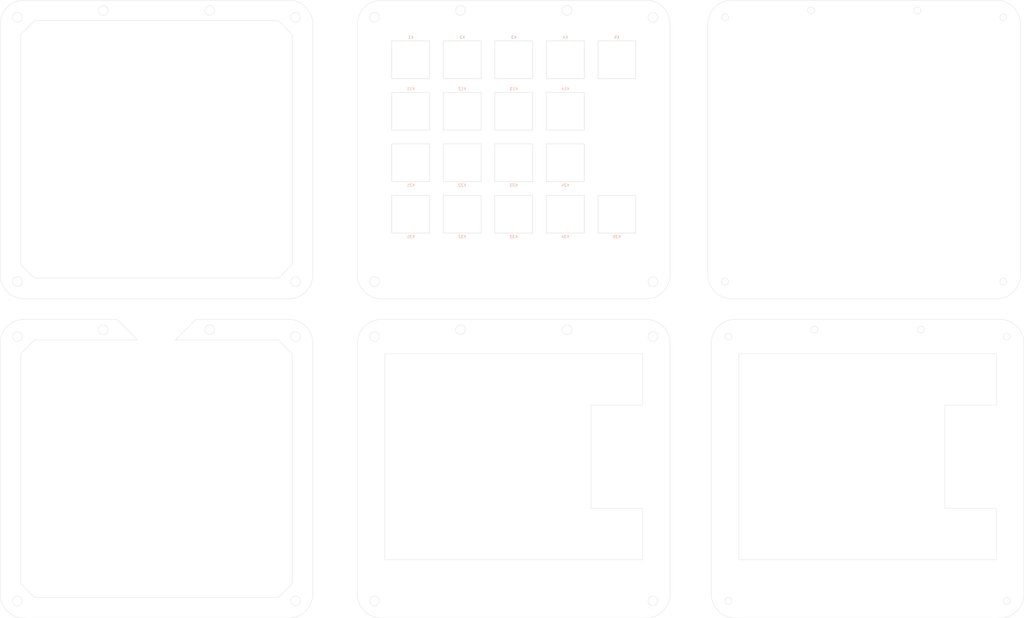
<source format=kicad_pcb>
(kicad_pcb (version 20171130) (host pcbnew "(5.1.2)-2")

  (general
    (thickness 1.6)
    (drawings 120)
    (tracks 0)
    (zones 0)
    (modules 18)
    (nets 1)
  )

  (page A4)
  (layers
    (0 F.Cu signal)
    (31 B.Cu signal)
    (32 B.Adhes user)
    (33 F.Adhes user)
    (34 B.Paste user)
    (35 F.Paste user)
    (36 B.SilkS user)
    (37 F.SilkS user)
    (38 B.Mask user)
    (39 F.Mask user)
    (40 Dwgs.User user)
    (41 Cmts.User user)
    (42 Eco1.User user)
    (43 Eco2.User user)
    (44 Edge.Cuts user)
    (45 Margin user)
    (46 B.CrtYd user)
    (47 F.CrtYd user)
    (48 B.Fab user)
    (49 F.Fab user)
  )

  (setup
    (last_trace_width 0.25)
    (trace_clearance 0.2)
    (zone_clearance 0.508)
    (zone_45_only no)
    (trace_min 0.2)
    (via_size 0.8)
    (via_drill 0.4)
    (via_min_size 0.4)
    (via_min_drill 0.3)
    (uvia_size 0.3)
    (uvia_drill 0.1)
    (uvias_allowed no)
    (uvia_min_size 0.2)
    (uvia_min_drill 0.1)
    (edge_width 0.1)
    (segment_width 0.2)
    (pcb_text_width 0.3)
    (pcb_text_size 1.5 1.5)
    (mod_edge_width 0.15)
    (mod_text_size 1 1)
    (mod_text_width 0.15)
    (pad_size 1.524 1.524)
    (pad_drill 0.762)
    (pad_to_mask_clearance 0)
    (aux_axis_origin 0 0)
    (visible_elements 7FFFFFFF)
    (pcbplotparams
      (layerselection 0x010fc_ffffffff)
      (usegerberextensions false)
      (usegerberattributes false)
      (usegerberadvancedattributes false)
      (creategerberjobfile false)
      (excludeedgelayer true)
      (linewidth 0.100000)
      (plotframeref false)
      (viasonmask false)
      (mode 1)
      (useauxorigin false)
      (hpglpennumber 1)
      (hpglpenspeed 20)
      (hpglpendiameter 15.000000)
      (psnegative false)
      (psa4output false)
      (plotreference true)
      (plotvalue true)
      (plotinvisibletext false)
      (padsonsilk false)
      (subtractmaskfromsilk false)
      (outputformat 1)
      (mirror false)
      (drillshape 0)
      (scaleselection 1)
      (outputdirectory "gerber/"))
  )

  (net 0 "")

  (net_class Default 这是默认网络类。
    (clearance 0.2)
    (trace_width 0.25)
    (via_dia 0.8)
    (via_drill 0.4)
    (uvia_dia 0.3)
    (uvia_drill 0.1)
  )

  (module pcb:SW_Cherry_MX_1.00u_PCB (layer F.Cu) (tedit 5DB3E7C9) (tstamp 5E08F733)
    (at 234.315 48.7362 180)
    (descr "Cherry MX keyswitch, 1.00u, PCB mount, http://cherryamericas.com/wp-content/uploads/2014/12/mx_cat.pdf")
    (tags "Cherry MX keyswitch 1.00u PCB")
    (path /5E1020E1)
    (fp_text reference K4 (at 0 8.3) (layer B.SilkS)
      (effects (font (size 1 1) (thickness 0.15)) (justify mirror))
    )
    (fp_text value KEYSW-redox_rev1-rescue (at 0 -8.7) (layer F.Fab)
      (effects (font (size 1 1) (thickness 0.15)))
    )
    (fp_line (start -6.985 6.985) (end -6.985 -6.985) (layer Edge.Cuts) (width 0.12))
    (fp_line (start 6.985 6.985) (end -6.985 6.985) (layer Edge.Cuts) (width 0.12))
    (fp_line (start 6.985 -6.985) (end 6.985 6.985) (layer Edge.Cuts) (width 0.12))
    (fp_line (start -6.985 -6.985) (end 6.985 -6.985) (layer Edge.Cuts) (width 0.12))
    (fp_line (start -9.525 9.525) (end -9.525 -9.525) (layer Dwgs.User) (width 0.15))
    (fp_line (start 9.525 9.525) (end -9.525 9.525) (layer Dwgs.User) (width 0.15))
    (fp_line (start 9.525 -9.525) (end 9.525 9.525) (layer Dwgs.User) (width 0.15))
    (fp_line (start -9.525 -9.525) (end 9.525 -9.525) (layer Dwgs.User) (width 0.15))
    (fp_text user %R (at 0 -7.874) (layer F.Fab) hide
      (effects (font (size 1 1) (thickness 0.15)))
    )
    (model ${KISYS3DMOD}/Button_Switch_Keyboard.3dshapes/SW_Cherry_MX_1.00u_PCB.wrl
      (at (xyz 0 0 0))
      (scale (xyz 1 1 1))
      (rotate (xyz 0 0 0))
    )
  )

  (module pcb:SW_Cherry_MX_1.00u_PCB (layer F.Cu) (tedit 5DB3E7C9) (tstamp 5E08F727)
    (at 234.315 86.836)
    (descr "Cherry MX keyswitch, 1.00u, PCB mount, http://cherryamericas.com/wp-content/uploads/2014/12/mx_cat.pdf")
    (tags "Cherry MX keyswitch 1.00u PCB")
    (path /5E1AED5B)
    (fp_text reference K24 (at 0 8.3) (layer B.SilkS)
      (effects (font (size 1 1) (thickness 0.15)) (justify mirror))
    )
    (fp_text value KEYSW-redox_rev1-rescue (at 0 -8.7) (layer F.Fab)
      (effects (font (size 1 1) (thickness 0.15)))
    )
    (fp_line (start -6.985 6.985) (end -6.985 -6.985) (layer Edge.Cuts) (width 0.12))
    (fp_line (start 6.985 6.985) (end -6.985 6.985) (layer Edge.Cuts) (width 0.12))
    (fp_line (start 6.985 -6.985) (end 6.985 6.985) (layer Edge.Cuts) (width 0.12))
    (fp_line (start -6.985 -6.985) (end 6.985 -6.985) (layer Edge.Cuts) (width 0.12))
    (fp_line (start -9.525 9.525) (end -9.525 -9.525) (layer Dwgs.User) (width 0.15))
    (fp_line (start 9.525 9.525) (end -9.525 9.525) (layer Dwgs.User) (width 0.15))
    (fp_line (start 9.525 -9.525) (end 9.525 9.525) (layer Dwgs.User) (width 0.15))
    (fp_line (start -9.525 -9.525) (end 9.525 -9.525) (layer Dwgs.User) (width 0.15))
    (fp_text user %R (at 0 -7.874) (layer F.Fab) hide
      (effects (font (size 1 1) (thickness 0.15)))
    )
    (model ${KISYS3DMOD}/Button_Switch_Keyboard.3dshapes/SW_Cherry_MX_1.00u_PCB.wrl
      (at (xyz 0 0 0))
      (scale (xyz 1 1 1))
      (rotate (xyz 0 0 0))
    )
  )

  (module pcb:SW_Cherry_MX_1.00u_PCB (layer F.Cu) (tedit 5DB3E7C9) (tstamp 5E08F71B)
    (at 177.165 105.886)
    (descr "Cherry MX keyswitch, 1.00u, PCB mount, http://cherryamericas.com/wp-content/uploads/2014/12/mx_cat.pdf")
    (tags "Cherry MX keyswitch 1.00u PCB")
    (path /5E10F669)
    (fp_text reference K31 (at 0 8.3) (layer B.SilkS)
      (effects (font (size 1 1) (thickness 0.15)) (justify mirror))
    )
    (fp_text value KEYSW-redox_rev1-rescue (at 0 -8.7) (layer F.Fab)
      (effects (font (size 1 1) (thickness 0.15)))
    )
    (fp_line (start -6.985 6.985) (end -6.985 -6.985) (layer Edge.Cuts) (width 0.12))
    (fp_line (start 6.985 6.985) (end -6.985 6.985) (layer Edge.Cuts) (width 0.12))
    (fp_line (start 6.985 -6.985) (end 6.985 6.985) (layer Edge.Cuts) (width 0.12))
    (fp_line (start -6.985 -6.985) (end 6.985 -6.985) (layer Edge.Cuts) (width 0.12))
    (fp_line (start -9.525 9.525) (end -9.525 -9.525) (layer Dwgs.User) (width 0.15))
    (fp_line (start 9.525 9.525) (end -9.525 9.525) (layer Dwgs.User) (width 0.15))
    (fp_line (start 9.525 -9.525) (end 9.525 9.525) (layer Dwgs.User) (width 0.15))
    (fp_line (start -9.525 -9.525) (end 9.525 -9.525) (layer Dwgs.User) (width 0.15))
    (fp_text user %R (at 0 -7.874) (layer F.Fab) hide
      (effects (font (size 1 1) (thickness 0.15)))
    )
    (model ${KISYS3DMOD}/Button_Switch_Keyboard.3dshapes/SW_Cherry_MX_1.00u_PCB.wrl
      (at (xyz 0 0 0))
      (scale (xyz 1 1 1))
      (rotate (xyz 0 0 0))
    )
  )

  (module pcb:SW_Cherry_MX_1.00u_PCB (layer F.Cu) (tedit 5DB3E7C9) (tstamp 5E08F70F)
    (at 177.165 67.7862 180)
    (descr "Cherry MX keyswitch, 1.00u, PCB mount, http://cherryamericas.com/wp-content/uploads/2014/12/mx_cat.pdf")
    (tags "Cherry MX keyswitch 1.00u PCB")
    (path /5E10DF41)
    (fp_text reference K11 (at 0 8.3) (layer B.SilkS)
      (effects (font (size 1 1) (thickness 0.15)) (justify mirror))
    )
    (fp_text value KEYSW-redox_rev1-rescue (at 0 -8.7) (layer F.Fab)
      (effects (font (size 1 1) (thickness 0.15)))
    )
    (fp_line (start -6.985 6.985) (end -6.985 -6.985) (layer Edge.Cuts) (width 0.12))
    (fp_line (start 6.985 6.985) (end -6.985 6.985) (layer Edge.Cuts) (width 0.12))
    (fp_line (start 6.985 -6.985) (end 6.985 6.985) (layer Edge.Cuts) (width 0.12))
    (fp_line (start -6.985 -6.985) (end 6.985 -6.985) (layer Edge.Cuts) (width 0.12))
    (fp_line (start -9.525 9.525) (end -9.525 -9.525) (layer Dwgs.User) (width 0.15))
    (fp_line (start 9.525 9.525) (end -9.525 9.525) (layer Dwgs.User) (width 0.15))
    (fp_line (start 9.525 -9.525) (end 9.525 9.525) (layer Dwgs.User) (width 0.15))
    (fp_line (start -9.525 -9.525) (end 9.525 -9.525) (layer Dwgs.User) (width 0.15))
    (fp_text user %R (at 0 -7.874) (layer F.Fab) hide
      (effects (font (size 1 1) (thickness 0.15)))
    )
    (model ${KISYS3DMOD}/Button_Switch_Keyboard.3dshapes/SW_Cherry_MX_1.00u_PCB.wrl
      (at (xyz 0 0 0))
      (scale (xyz 1 1 1))
      (rotate (xyz 0 0 0))
    )
  )

  (module pcb:SW_Cherry_MX_1.00u_PCB (layer F.Cu) (tedit 5DB3E7C9) (tstamp 5E08F703)
    (at 177.165 48.7362 180)
    (descr "Cherry MX keyswitch, 1.00u, PCB mount, http://cherryamericas.com/wp-content/uploads/2014/12/mx_cat.pdf")
    (tags "Cherry MX keyswitch 1.00u PCB")
    (path /5E0EE523)
    (fp_text reference K1 (at 0 8.3) (layer B.SilkS)
      (effects (font (size 1 1) (thickness 0.15)) (justify mirror))
    )
    (fp_text value KEYSW-redox_rev1-rescue (at 0 -8.7) (layer F.Fab)
      (effects (font (size 1 1) (thickness 0.15)))
    )
    (fp_line (start -6.985 6.985) (end -6.985 -6.985) (layer Edge.Cuts) (width 0.12))
    (fp_line (start 6.985 6.985) (end -6.985 6.985) (layer Edge.Cuts) (width 0.12))
    (fp_line (start 6.985 -6.985) (end 6.985 6.985) (layer Edge.Cuts) (width 0.12))
    (fp_line (start -6.985 -6.985) (end 6.985 -6.985) (layer Edge.Cuts) (width 0.12))
    (fp_line (start -9.525 9.525) (end -9.525 -9.525) (layer Dwgs.User) (width 0.15))
    (fp_line (start 9.525 9.525) (end -9.525 9.525) (layer Dwgs.User) (width 0.15))
    (fp_line (start 9.525 -9.525) (end 9.525 9.525) (layer Dwgs.User) (width 0.15))
    (fp_line (start -9.525 -9.525) (end 9.525 -9.525) (layer Dwgs.User) (width 0.15))
    (fp_text user %R (at 0 -7.874) (layer F.Fab) hide
      (effects (font (size 1 1) (thickness 0.15)))
    )
    (model ${KISYS3DMOD}/Button_Switch_Keyboard.3dshapes/SW_Cherry_MX_1.00u_PCB.wrl
      (at (xyz 0 0 0))
      (scale (xyz 1 1 1))
      (rotate (xyz 0 0 0))
    )
  )

  (module pcb:SW_Cherry_MX_1.00u_PCB (layer F.Cu) (tedit 5DB3E7C9) (tstamp 5E08F6F7)
    (at 196.215 67.7862 180)
    (descr "Cherry MX keyswitch, 1.00u, PCB mount, http://cherryamericas.com/wp-content/uploads/2014/12/mx_cat.pdf")
    (tags "Cherry MX keyswitch 1.00u PCB")
    (path /5E163531)
    (fp_text reference K12 (at 0 8.3) (layer B.SilkS)
      (effects (font (size 1 1) (thickness 0.15)) (justify mirror))
    )
    (fp_text value KEYSW-redox_rev1-rescue (at 0 -8.7) (layer F.Fab)
      (effects (font (size 1 1) (thickness 0.15)))
    )
    (fp_line (start -6.985 6.985) (end -6.985 -6.985) (layer Edge.Cuts) (width 0.12))
    (fp_line (start 6.985 6.985) (end -6.985 6.985) (layer Edge.Cuts) (width 0.12))
    (fp_line (start 6.985 -6.985) (end 6.985 6.985) (layer Edge.Cuts) (width 0.12))
    (fp_line (start -6.985 -6.985) (end 6.985 -6.985) (layer Edge.Cuts) (width 0.12))
    (fp_line (start -9.525 9.525) (end -9.525 -9.525) (layer Dwgs.User) (width 0.15))
    (fp_line (start 9.525 9.525) (end -9.525 9.525) (layer Dwgs.User) (width 0.15))
    (fp_line (start 9.525 -9.525) (end 9.525 9.525) (layer Dwgs.User) (width 0.15))
    (fp_line (start -9.525 -9.525) (end 9.525 -9.525) (layer Dwgs.User) (width 0.15))
    (fp_text user %R (at 0 -7.874) (layer F.Fab) hide
      (effects (font (size 1 1) (thickness 0.15)))
    )
    (model ${KISYS3DMOD}/Button_Switch_Keyboard.3dshapes/SW_Cherry_MX_1.00u_PCB.wrl
      (at (xyz 0 0 0))
      (scale (xyz 1 1 1))
      (rotate (xyz 0 0 0))
    )
  )

  (module pcb:SW_Cherry_MX_1.00u_PCB (layer F.Cu) (tedit 5DB3E7C9) (tstamp 5E08F6EB)
    (at 215.265 48.7362 180)
    (descr "Cherry MX keyswitch, 1.00u, PCB mount, http://cherryamericas.com/wp-content/uploads/2014/12/mx_cat.pdf")
    (tags "Cherry MX keyswitch 1.00u PCB")
    (path /5E0FDCD2)
    (fp_text reference K3 (at 0 8.3) (layer B.SilkS)
      (effects (font (size 1 1) (thickness 0.15)) (justify mirror))
    )
    (fp_text value KEYSW-redox_rev1-rescue (at 0 -8.7) (layer F.Fab)
      (effects (font (size 1 1) (thickness 0.15)))
    )
    (fp_line (start -6.985 6.985) (end -6.985 -6.985) (layer Edge.Cuts) (width 0.12))
    (fp_line (start 6.985 6.985) (end -6.985 6.985) (layer Edge.Cuts) (width 0.12))
    (fp_line (start 6.985 -6.985) (end 6.985 6.985) (layer Edge.Cuts) (width 0.12))
    (fp_line (start -6.985 -6.985) (end 6.985 -6.985) (layer Edge.Cuts) (width 0.12))
    (fp_line (start -9.525 9.525) (end -9.525 -9.525) (layer Dwgs.User) (width 0.15))
    (fp_line (start 9.525 9.525) (end -9.525 9.525) (layer Dwgs.User) (width 0.15))
    (fp_line (start 9.525 -9.525) (end 9.525 9.525) (layer Dwgs.User) (width 0.15))
    (fp_line (start -9.525 -9.525) (end 9.525 -9.525) (layer Dwgs.User) (width 0.15))
    (fp_text user %R (at 0 -7.874) (layer F.Fab) hide
      (effects (font (size 1 1) (thickness 0.15)))
    )
    (model ${KISYS3DMOD}/Button_Switch_Keyboard.3dshapes/SW_Cherry_MX_1.00u_PCB.wrl
      (at (xyz 0 0 0))
      (scale (xyz 1 1 1))
      (rotate (xyz 0 0 0))
    )
  )

  (module pcb:SW_Cherry_MX_1.00u_PCB (layer F.Cu) (tedit 5DB3E7C9) (tstamp 5E08F6DF)
    (at 177.165 86.836)
    (descr "Cherry MX keyswitch, 1.00u, PCB mount, http://cherryamericas.com/wp-content/uploads/2014/12/mx_cat.pdf")
    (tags "Cherry MX keyswitch 1.00u PCB")
    (path /5E10E893)
    (fp_text reference K21 (at 0 8.3) (layer B.SilkS)
      (effects (font (size 1 1) (thickness 0.15)) (justify mirror))
    )
    (fp_text value KEYSW-redox_rev1-rescue (at 0 -8.7) (layer F.Fab)
      (effects (font (size 1 1) (thickness 0.15)))
    )
    (fp_line (start -6.985 6.985) (end -6.985 -6.985) (layer Edge.Cuts) (width 0.12))
    (fp_line (start 6.985 6.985) (end -6.985 6.985) (layer Edge.Cuts) (width 0.12))
    (fp_line (start 6.985 -6.985) (end 6.985 6.985) (layer Edge.Cuts) (width 0.12))
    (fp_line (start -6.985 -6.985) (end 6.985 -6.985) (layer Edge.Cuts) (width 0.12))
    (fp_line (start -9.525 9.525) (end -9.525 -9.525) (layer Dwgs.User) (width 0.15))
    (fp_line (start 9.525 9.525) (end -9.525 9.525) (layer Dwgs.User) (width 0.15))
    (fp_line (start 9.525 -9.525) (end 9.525 9.525) (layer Dwgs.User) (width 0.15))
    (fp_line (start -9.525 -9.525) (end 9.525 -9.525) (layer Dwgs.User) (width 0.15))
    (fp_text user %R (at 0 -7.874) (layer F.Fab) hide
      (effects (font (size 1 1) (thickness 0.15)))
    )
    (model ${KISYS3DMOD}/Button_Switch_Keyboard.3dshapes/SW_Cherry_MX_1.00u_PCB.wrl
      (at (xyz 0 0 0))
      (scale (xyz 1 1 1))
      (rotate (xyz 0 0 0))
    )
  )

  (module pcb:SW_Cherry_MX_1.00u_PCB (layer F.Cu) (tedit 5DB3E7C9) (tstamp 5E08F6D3)
    (at 215.265 67.7862 180)
    (descr "Cherry MX keyswitch, 1.00u, PCB mount, http://cherryamericas.com/wp-content/uploads/2014/12/mx_cat.pdf")
    (tags "Cherry MX keyswitch 1.00u PCB")
    (path /5E16848B)
    (fp_text reference K13 (at 0 8.3) (layer B.SilkS)
      (effects (font (size 1 1) (thickness 0.15)) (justify mirror))
    )
    (fp_text value KEYSW-redox_rev1-rescue (at 0 -8.7) (layer F.Fab)
      (effects (font (size 1 1) (thickness 0.15)))
    )
    (fp_line (start -6.985 6.985) (end -6.985 -6.985) (layer Edge.Cuts) (width 0.12))
    (fp_line (start 6.985 6.985) (end -6.985 6.985) (layer Edge.Cuts) (width 0.12))
    (fp_line (start 6.985 -6.985) (end 6.985 6.985) (layer Edge.Cuts) (width 0.12))
    (fp_line (start -6.985 -6.985) (end 6.985 -6.985) (layer Edge.Cuts) (width 0.12))
    (fp_line (start -9.525 9.525) (end -9.525 -9.525) (layer Dwgs.User) (width 0.15))
    (fp_line (start 9.525 9.525) (end -9.525 9.525) (layer Dwgs.User) (width 0.15))
    (fp_line (start 9.525 -9.525) (end 9.525 9.525) (layer Dwgs.User) (width 0.15))
    (fp_line (start -9.525 -9.525) (end 9.525 -9.525) (layer Dwgs.User) (width 0.15))
    (fp_text user %R (at 0 -7.874) (layer F.Fab) hide
      (effects (font (size 1 1) (thickness 0.15)))
    )
    (model ${KISYS3DMOD}/Button_Switch_Keyboard.3dshapes/SW_Cherry_MX_1.00u_PCB.wrl
      (at (xyz 0 0 0))
      (scale (xyz 1 1 1))
      (rotate (xyz 0 0 0))
    )
  )

  (module pcb:SW_Cherry_MX_1.00u_PCB (layer F.Cu) (tedit 5DB3E7C9) (tstamp 5E08F6C7)
    (at 215.265 86.836)
    (descr "Cherry MX keyswitch, 1.00u, PCB mount, http://cherryamericas.com/wp-content/uploads/2014/12/mx_cat.pdf")
    (tags "Cherry MX keyswitch 1.00u PCB")
    (path /5E16849A)
    (fp_text reference K23 (at 0 8.3) (layer B.SilkS)
      (effects (font (size 1 1) (thickness 0.15)) (justify mirror))
    )
    (fp_text value KEYSW-redox_rev1-rescue (at 0 -8.7) (layer F.Fab)
      (effects (font (size 1 1) (thickness 0.15)))
    )
    (fp_line (start -6.985 6.985) (end -6.985 -6.985) (layer Edge.Cuts) (width 0.12))
    (fp_line (start 6.985 6.985) (end -6.985 6.985) (layer Edge.Cuts) (width 0.12))
    (fp_line (start 6.985 -6.985) (end 6.985 6.985) (layer Edge.Cuts) (width 0.12))
    (fp_line (start -6.985 -6.985) (end 6.985 -6.985) (layer Edge.Cuts) (width 0.12))
    (fp_line (start -9.525 9.525) (end -9.525 -9.525) (layer Dwgs.User) (width 0.15))
    (fp_line (start 9.525 9.525) (end -9.525 9.525) (layer Dwgs.User) (width 0.15))
    (fp_line (start 9.525 -9.525) (end 9.525 9.525) (layer Dwgs.User) (width 0.15))
    (fp_line (start -9.525 -9.525) (end 9.525 -9.525) (layer Dwgs.User) (width 0.15))
    (fp_text user %R (at 0 -7.874) (layer F.Fab) hide
      (effects (font (size 1 1) (thickness 0.15)))
    )
    (model ${KISYS3DMOD}/Button_Switch_Keyboard.3dshapes/SW_Cherry_MX_1.00u_PCB.wrl
      (at (xyz 0 0 0))
      (scale (xyz 1 1 1))
      (rotate (xyz 0 0 0))
    )
  )

  (module pcb:SW_Cherry_MX_1.00u_PCB (layer F.Cu) (tedit 5DB3E7C9) (tstamp 5E08F6BB)
    (at 196.215 86.836)
    (descr "Cherry MX keyswitch, 1.00u, PCB mount, http://cherryamericas.com/wp-content/uploads/2014/12/mx_cat.pdf")
    (tags "Cherry MX keyswitch 1.00u PCB")
    (path /5E163540)
    (fp_text reference K22 (at 0 8.3) (layer B.SilkS)
      (effects (font (size 1 1) (thickness 0.15)) (justify mirror))
    )
    (fp_text value KEYSW-redox_rev1-rescue (at 0 -8.7) (layer F.Fab)
      (effects (font (size 1 1) (thickness 0.15)))
    )
    (fp_line (start -6.985 6.985) (end -6.985 -6.985) (layer Edge.Cuts) (width 0.12))
    (fp_line (start 6.985 6.985) (end -6.985 6.985) (layer Edge.Cuts) (width 0.12))
    (fp_line (start 6.985 -6.985) (end 6.985 6.985) (layer Edge.Cuts) (width 0.12))
    (fp_line (start -6.985 -6.985) (end 6.985 -6.985) (layer Edge.Cuts) (width 0.12))
    (fp_line (start -9.525 9.525) (end -9.525 -9.525) (layer Dwgs.User) (width 0.15))
    (fp_line (start 9.525 9.525) (end -9.525 9.525) (layer Dwgs.User) (width 0.15))
    (fp_line (start 9.525 -9.525) (end 9.525 9.525) (layer Dwgs.User) (width 0.15))
    (fp_line (start -9.525 -9.525) (end 9.525 -9.525) (layer Dwgs.User) (width 0.15))
    (fp_text user %R (at 0 -7.874) (layer F.Fab) hide
      (effects (font (size 1 1) (thickness 0.15)))
    )
    (model ${KISYS3DMOD}/Button_Switch_Keyboard.3dshapes/SW_Cherry_MX_1.00u_PCB.wrl
      (at (xyz 0 0 0))
      (scale (xyz 1 1 1))
      (rotate (xyz 0 0 0))
    )
  )

  (module pcb:SW_Cherry_MX_1.00u_PCB (layer F.Cu) (tedit 5DB3E7C9) (tstamp 5E08F6AF)
    (at 196.215 48.7362 180)
    (descr "Cherry MX keyswitch, 1.00u, PCB mount, http://cherryamericas.com/wp-content/uploads/2014/12/mx_cat.pdf")
    (tags "Cherry MX keyswitch 1.00u PCB")
    (path /5E0FB206)
    (fp_text reference K2 (at 0 8.3) (layer B.SilkS)
      (effects (font (size 1 1) (thickness 0.15)) (justify mirror))
    )
    (fp_text value KEYSW-redox_rev1-rescue (at 0 -8.7) (layer F.Fab)
      (effects (font (size 1 1) (thickness 0.15)))
    )
    (fp_line (start -6.985 6.985) (end -6.985 -6.985) (layer Edge.Cuts) (width 0.12))
    (fp_line (start 6.985 6.985) (end -6.985 6.985) (layer Edge.Cuts) (width 0.12))
    (fp_line (start 6.985 -6.985) (end 6.985 6.985) (layer Edge.Cuts) (width 0.12))
    (fp_line (start -6.985 -6.985) (end 6.985 -6.985) (layer Edge.Cuts) (width 0.12))
    (fp_line (start -9.525 9.525) (end -9.525 -9.525) (layer Dwgs.User) (width 0.15))
    (fp_line (start 9.525 9.525) (end -9.525 9.525) (layer Dwgs.User) (width 0.15))
    (fp_line (start 9.525 -9.525) (end 9.525 9.525) (layer Dwgs.User) (width 0.15))
    (fp_line (start -9.525 -9.525) (end 9.525 -9.525) (layer Dwgs.User) (width 0.15))
    (fp_text user %R (at 0 -7.874) (layer F.Fab) hide
      (effects (font (size 1 1) (thickness 0.15)))
    )
    (model ${KISYS3DMOD}/Button_Switch_Keyboard.3dshapes/SW_Cherry_MX_1.00u_PCB.wrl
      (at (xyz 0 0 0))
      (scale (xyz 1 1 1))
      (rotate (xyz 0 0 0))
    )
  )

  (module pcb:SW_Cherry_MX_1.00u_PCB (layer F.Cu) (tedit 5DB3E7C9) (tstamp 5E08F62B)
    (at 253.365 48.7362 180)
    (descr "Cherry MX keyswitch, 1.00u, PCB mount, http://cherryamericas.com/wp-content/uploads/2014/12/mx_cat.pdf")
    (tags "Cherry MX keyswitch 1.00u PCB")
    (path /5E1020EE)
    (fp_text reference K5 (at 0 8.3) (layer B.SilkS)
      (effects (font (size 1 1) (thickness 0.15)) (justify mirror))
    )
    (fp_text value KEYSW-redox_rev1-rescue (at 0 -8.7) (layer F.Fab)
      (effects (font (size 1 1) (thickness 0.15)))
    )
    (fp_line (start -6.985 6.985) (end -6.985 -6.985) (layer Edge.Cuts) (width 0.12))
    (fp_line (start 6.985 6.985) (end -6.985 6.985) (layer Edge.Cuts) (width 0.12))
    (fp_line (start 6.985 -6.985) (end 6.985 6.985) (layer Edge.Cuts) (width 0.12))
    (fp_line (start -6.985 -6.985) (end 6.985 -6.985) (layer Edge.Cuts) (width 0.12))
    (fp_line (start -9.525 9.525) (end -9.525 -9.525) (layer Dwgs.User) (width 0.15))
    (fp_line (start 9.525 9.525) (end -9.525 9.525) (layer Dwgs.User) (width 0.15))
    (fp_line (start 9.525 -9.525) (end 9.525 9.525) (layer Dwgs.User) (width 0.15))
    (fp_line (start -9.525 -9.525) (end 9.525 -9.525) (layer Dwgs.User) (width 0.15))
    (fp_text user %R (at 0 -7.874) (layer F.Fab) hide
      (effects (font (size 1 1) (thickness 0.15)))
    )
    (model ${KISYS3DMOD}/Button_Switch_Keyboard.3dshapes/SW_Cherry_MX_1.00u_PCB.wrl
      (at (xyz 0 0 0))
      (scale (xyz 1 1 1))
      (rotate (xyz 0 0 0))
    )
  )

  (module pcb:SW_Cherry_MX_1.00u_PCB (layer F.Cu) (tedit 5DB3E7C9) (tstamp 5E08F61F)
    (at 196.215 105.886)
    (descr "Cherry MX keyswitch, 1.00u, PCB mount, http://cherryamericas.com/wp-content/uploads/2014/12/mx_cat.pdf")
    (tags "Cherry MX keyswitch 1.00u PCB")
    (path /5E163550)
    (fp_text reference K32 (at 0 8.3) (layer B.SilkS)
      (effects (font (size 1 1) (thickness 0.15)) (justify mirror))
    )
    (fp_text value KEYSW-redox_rev1-rescue (at 0 -8.7) (layer F.Fab)
      (effects (font (size 1 1) (thickness 0.15)))
    )
    (fp_line (start -6.985 6.985) (end -6.985 -6.985) (layer Edge.Cuts) (width 0.12))
    (fp_line (start 6.985 6.985) (end -6.985 6.985) (layer Edge.Cuts) (width 0.12))
    (fp_line (start 6.985 -6.985) (end 6.985 6.985) (layer Edge.Cuts) (width 0.12))
    (fp_line (start -6.985 -6.985) (end 6.985 -6.985) (layer Edge.Cuts) (width 0.12))
    (fp_line (start -9.525 9.525) (end -9.525 -9.525) (layer Dwgs.User) (width 0.15))
    (fp_line (start 9.525 9.525) (end -9.525 9.525) (layer Dwgs.User) (width 0.15))
    (fp_line (start 9.525 -9.525) (end 9.525 9.525) (layer Dwgs.User) (width 0.15))
    (fp_line (start -9.525 -9.525) (end 9.525 -9.525) (layer Dwgs.User) (width 0.15))
    (fp_text user %R (at 0 -7.874) (layer F.Fab) hide
      (effects (font (size 1 1) (thickness 0.15)))
    )
    (model ${KISYS3DMOD}/Button_Switch_Keyboard.3dshapes/SW_Cherry_MX_1.00u_PCB.wrl
      (at (xyz 0 0 0))
      (scale (xyz 1 1 1))
      (rotate (xyz 0 0 0))
    )
  )

  (module pcb:SW_Cherry_MX_1.00u_PCB (layer F.Cu) (tedit 5DB3E7C9) (tstamp 5E08F613)
    (at 215.265 105.886)
    (descr "Cherry MX keyswitch, 1.00u, PCB mount, http://cherryamericas.com/wp-content/uploads/2014/12/mx_cat.pdf")
    (tags "Cherry MX keyswitch 1.00u PCB")
    (path /5E1684AA)
    (fp_text reference K33 (at 0 8.3) (layer B.SilkS)
      (effects (font (size 1 1) (thickness 0.15)) (justify mirror))
    )
    (fp_text value KEYSW-redox_rev1-rescue (at 0 -8.7) (layer F.Fab)
      (effects (font (size 1 1) (thickness 0.15)))
    )
    (fp_line (start -6.985 6.985) (end -6.985 -6.985) (layer Edge.Cuts) (width 0.12))
    (fp_line (start 6.985 6.985) (end -6.985 6.985) (layer Edge.Cuts) (width 0.12))
    (fp_line (start 6.985 -6.985) (end 6.985 6.985) (layer Edge.Cuts) (width 0.12))
    (fp_line (start -6.985 -6.985) (end 6.985 -6.985) (layer Edge.Cuts) (width 0.12))
    (fp_line (start -9.525 9.525) (end -9.525 -9.525) (layer Dwgs.User) (width 0.15))
    (fp_line (start 9.525 9.525) (end -9.525 9.525) (layer Dwgs.User) (width 0.15))
    (fp_line (start 9.525 -9.525) (end 9.525 9.525) (layer Dwgs.User) (width 0.15))
    (fp_line (start -9.525 -9.525) (end 9.525 -9.525) (layer Dwgs.User) (width 0.15))
    (fp_text user %R (at 0 -7.874) (layer F.Fab) hide
      (effects (font (size 1 1) (thickness 0.15)))
    )
    (model ${KISYS3DMOD}/Button_Switch_Keyboard.3dshapes/SW_Cherry_MX_1.00u_PCB.wrl
      (at (xyz 0 0 0))
      (scale (xyz 1 1 1))
      (rotate (xyz 0 0 0))
    )
  )

  (module pcb:SW_Cherry_MX_1.00u_PCB (layer F.Cu) (tedit 5DB3E7C9) (tstamp 5E08F607)
    (at 234.315 67.7862 180)
    (descr "Cherry MX keyswitch, 1.00u, PCB mount, http://cherryamericas.com/wp-content/uploads/2014/12/mx_cat.pdf")
    (tags "Cherry MX keyswitch 1.00u PCB")
    (path /5E1AED4C)
    (fp_text reference K14 (at 0 8.3) (layer B.SilkS)
      (effects (font (size 1 1) (thickness 0.15)) (justify mirror))
    )
    (fp_text value KEYSW-redox_rev1-rescue (at 0 -8.7) (layer F.Fab)
      (effects (font (size 1 1) (thickness 0.15)))
    )
    (fp_line (start -6.985 6.985) (end -6.985 -6.985) (layer Edge.Cuts) (width 0.12))
    (fp_line (start 6.985 6.985) (end -6.985 6.985) (layer Edge.Cuts) (width 0.12))
    (fp_line (start 6.985 -6.985) (end 6.985 6.985) (layer Edge.Cuts) (width 0.12))
    (fp_line (start -6.985 -6.985) (end 6.985 -6.985) (layer Edge.Cuts) (width 0.12))
    (fp_line (start -9.525 9.525) (end -9.525 -9.525) (layer Dwgs.User) (width 0.15))
    (fp_line (start 9.525 9.525) (end -9.525 9.525) (layer Dwgs.User) (width 0.15))
    (fp_line (start 9.525 -9.525) (end 9.525 9.525) (layer Dwgs.User) (width 0.15))
    (fp_line (start -9.525 -9.525) (end 9.525 -9.525) (layer Dwgs.User) (width 0.15))
    (fp_text user %R (at 0 -7.874) (layer F.Fab) hide
      (effects (font (size 1 1) (thickness 0.15)))
    )
    (model ${KISYS3DMOD}/Button_Switch_Keyboard.3dshapes/SW_Cherry_MX_1.00u_PCB.wrl
      (at (xyz 0 0 0))
      (scale (xyz 1 1 1))
      (rotate (xyz 0 0 0))
    )
  )

  (module pcb:SW_Cherry_MX_1.00u_PCB (layer F.Cu) (tedit 5DB3E7C9) (tstamp 5E08F5FB)
    (at 253.365 105.886)
    (descr "Cherry MX keyswitch, 1.00u, PCB mount, http://cherryamericas.com/wp-content/uploads/2014/12/mx_cat.pdf")
    (tags "Cherry MX keyswitch 1.00u PCB")
    (path /5E1AEDAC)
    (fp_text reference K35 (at 0 8.3) (layer B.SilkS)
      (effects (font (size 1 1) (thickness 0.15)) (justify mirror))
    )
    (fp_text value KEYSW-redox_rev1-rescue (at 0 -8.7) (layer F.Fab)
      (effects (font (size 1 1) (thickness 0.15)))
    )
    (fp_line (start -6.985 6.985) (end -6.985 -6.985) (layer Edge.Cuts) (width 0.12))
    (fp_line (start 6.985 6.985) (end -6.985 6.985) (layer Edge.Cuts) (width 0.12))
    (fp_line (start 6.985 -6.985) (end 6.985 6.985) (layer Edge.Cuts) (width 0.12))
    (fp_line (start -6.985 -6.985) (end 6.985 -6.985) (layer Edge.Cuts) (width 0.12))
    (fp_line (start -9.525 9.525) (end -9.525 -9.525) (layer Dwgs.User) (width 0.15))
    (fp_line (start 9.525 9.525) (end -9.525 9.525) (layer Dwgs.User) (width 0.15))
    (fp_line (start 9.525 -9.525) (end 9.525 9.525) (layer Dwgs.User) (width 0.15))
    (fp_line (start -9.525 -9.525) (end 9.525 -9.525) (layer Dwgs.User) (width 0.15))
    (fp_text user %R (at 0 -7.874) (layer F.Fab) hide
      (effects (font (size 1 1) (thickness 0.15)))
    )
    (model ${KISYS3DMOD}/Button_Switch_Keyboard.3dshapes/SW_Cherry_MX_1.00u_PCB.wrl
      (at (xyz 0 0 0))
      (scale (xyz 1 1 1))
      (rotate (xyz 0 0 0))
    )
  )

  (module pcb:SW_Cherry_MX_1.00u_PCB (layer F.Cu) (tedit 5DB3E7C9) (tstamp 5E08F5EF)
    (at 234.315 105.886)
    (descr "Cherry MX keyswitch, 1.00u, PCB mount, http://cherryamericas.com/wp-content/uploads/2014/12/mx_cat.pdf")
    (tags "Cherry MX keyswitch 1.00u PCB")
    (path /5E1AED69)
    (fp_text reference K34 (at 0 8.3) (layer B.SilkS)
      (effects (font (size 1 1) (thickness 0.15)) (justify mirror))
    )
    (fp_text value KEYSW-redox_rev1-rescue (at 0 -8.7) (layer F.Fab)
      (effects (font (size 1 1) (thickness 0.15)))
    )
    (fp_line (start -6.985 6.985) (end -6.985 -6.985) (layer Edge.Cuts) (width 0.12))
    (fp_line (start 6.985 6.985) (end -6.985 6.985) (layer Edge.Cuts) (width 0.12))
    (fp_line (start 6.985 -6.985) (end 6.985 6.985) (layer Edge.Cuts) (width 0.12))
    (fp_line (start -6.985 -6.985) (end 6.985 -6.985) (layer Edge.Cuts) (width 0.12))
    (fp_line (start -9.525 9.525) (end -9.525 -9.525) (layer Dwgs.User) (width 0.15))
    (fp_line (start 9.525 9.525) (end -9.525 9.525) (layer Dwgs.User) (width 0.15))
    (fp_line (start 9.525 -9.525) (end 9.525 9.525) (layer Dwgs.User) (width 0.15))
    (fp_line (start -9.525 -9.525) (end 9.525 -9.525) (layer Dwgs.User) (width 0.15))
    (fp_text user %R (at 0 -7.874) (layer F.Fab) hide
      (effects (font (size 1 1) (thickness 0.15)))
    )
    (model ${KISYS3DMOD}/Button_Switch_Keyboard.3dshapes/SW_Cherry_MX_1.00u_PCB.wrl
      (at (xyz 0 0 0))
      (scale (xyz 1 1 1))
      (rotate (xyz 0 0 0))
    )
  )

  (gr_arc (start 34.29 35.56) (end 34.29 26.67) (angle -90) (layer Edge.Cuts) (width 0.1) (tstamp 5E08F6AE))
  (gr_line (start 133.35 124.46) (end 128.27 129.54) (layer Edge.Cuts) (width 0.1) (tstamp 5E08F6AD))
  (gr_line (start 34.29 137.16) (end 132.08 137.16) (layer Edge.Cuts) (width 0.1) (tstamp 5E08F6AC))
  (gr_line (start 140.97 35.56) (end 140.97 128.27) (layer Edge.Cuts) (width 0.1) (tstamp 5E08F6AB))
  (gr_circle (center 134.62 130.81) (end 135.89 132.08) (layer Edge.Cuts) (width 0.1) (tstamp 5E08F6AA))
  (gr_line (start 133.35 39.37) (end 133.35 124.46) (layer Edge.Cuts) (width 0.1) (tstamp 5E08F6A9))
  (gr_circle (center 31.75 33.02) (end 33.02 34.29) (layer Edge.Cuts) (width 0.1) (tstamp 5E08F6A8))
  (gr_line (start 33.02 39.37) (end 38.1 34.29) (layer Edge.Cuts) (width 0.1) (tstamp 5E08F6A7))
  (gr_line (start 38.1 34.29) (end 128.27 34.29) (layer Edge.Cuts) (width 0.1) (tstamp 5E08F6A6))
  (gr_circle (center 134.62 33.02) (end 135.89 34.29) (layer Edge.Cuts) (width 0.1) (tstamp 5E08F6A5))
  (gr_line (start 25.4 128.27) (end 25.4 35.56) (layer Edge.Cuts) (width 0.1) (tstamp 5E08F6A4))
  (gr_circle (center 31.75 130.81) (end 33.02 132.08) (layer Edge.Cuts) (width 0.1) (tstamp 5E08F6A3))
  (gr_line (start 38.1 129.54) (end 33.02 124.46) (layer Edge.Cuts) (width 0.1) (tstamp 5E08F6A2))
  (gr_line (start 128.27 129.54) (end 38.1 129.54) (layer Edge.Cuts) (width 0.1) (tstamp 5E08F6A1))
  (gr_circle (center 102.87 30.48) (end 104.14 31.75) (layer Edge.Cuts) (width 0.1) (tstamp 5E08F6A0))
  (gr_line (start 128.27 34.29) (end 133.35 39.37) (layer Edge.Cuts) (width 0.1) (tstamp 5E08F69F))
  (gr_circle (center 63.5 30.48) (end 64.77 31.75) (layer Edge.Cuts) (width 0.1) (tstamp 5E08F69E))
  (gr_arc (start 132.08 35.56) (end 140.97 35.56) (angle -90) (layer Edge.Cuts) (width 0.1) (tstamp 5E08F69D))
  (gr_line (start 33.02 124.46) (end 33.02 39.37) (layer Edge.Cuts) (width 0.1) (tstamp 5E08F69C))
  (gr_arc (start 34.29 128.27) (end 25.4 128.27) (angle -90) (layer Edge.Cuts) (width 0.1) (tstamp 5E08F69B))
  (gr_line (start 34.29 26.67) (end 132.08 26.67) (layer Edge.Cuts) (width 0.1) (tstamp 5E08F69A))
  (gr_line (start 403.86 153.67) (end 403.86 246.38) (layer Edge.Cuts) (width 0.1) (tstamp 5E08F699))
  (gr_circle (center 293.37 130.81) (end 293.37 132.08) (layer Edge.Cuts) (width 0.1) (tstamp 5E08F698))
  (gr_line (start 393.7 157.48) (end 298.45 157.48) (layer Edge.Cuts) (width 0.1) (tstamp 5E08F697))
  (gr_circle (center 365.76 148.59) (end 365.76 149.86) (layer Edge.Cuts) (width 0.1) (tstamp 5E08F696))
  (gr_circle (center 325.12 30.48) (end 325.12 31.75) (layer Edge.Cuts) (width 0.1) (tstamp 5E08F695))
  (gr_line (start 298.45 233.68) (end 393.7 233.68) (layer Edge.Cuts) (width 0.1) (tstamp 5E08F694))
  (gr_circle (center 397.51 151.13) (end 397.51 152.4) (layer Edge.Cuts) (width 0.1) (tstamp 5E08F693))
  (gr_circle (center 293.37 33.02) (end 293.37 34.29) (layer Edge.Cuts) (width 0.1) (tstamp 5E08F692))
  (gr_line (start 295.91 137.16) (end 393.7 137.16) (layer Edge.Cuts) (width 0.1) (tstamp 5E08F691))
  (gr_arc (start 393.7 128.27) (end 393.7 137.16) (angle -90) (layer Edge.Cuts) (width 0.1) (tstamp 5E08F690))
  (gr_circle (center 396.24 33.02) (end 396.24 34.29) (layer Edge.Cuts) (width 0.1) (tstamp 5E08F68F))
  (gr_arc (start 393.7 35.56) (end 402.59 35.56) (angle -90) (layer Edge.Cuts) (width 0.1) (tstamp 5E08F68E))
  (gr_line (start 297.18 144.78) (end 394.97 144.78) (layer Edge.Cuts) (width 0.1) (tstamp 5E08F68D))
  (gr_line (start 393.7 176.53) (end 393.7 157.48) (layer Edge.Cuts) (width 0.1) (tstamp 5E08F68C))
  (gr_line (start 393.7 214.63) (end 374.65 214.63) (layer Edge.Cuts) (width 0.1) (tstamp 5E08F68B))
  (gr_line (start 402.59 35.56) (end 402.59 128.27) (layer Edge.Cuts) (width 0.1) (tstamp 5E08F68A))
  (gr_circle (center 294.64 248.92) (end 294.64 250.19) (layer Edge.Cuts) (width 0.1) (tstamp 5E08F689))
  (gr_arc (start 394.97 153.67) (end 403.86 153.67) (angle -90) (layer Edge.Cuts) (width 0.1) (tstamp 5E08F688))
  (gr_arc (start 297.18 246.38) (end 288.29 246.38) (angle -90) (layer Edge.Cuts) (width 0.1) (tstamp 5E08F687))
  (gr_line (start 297.18 255.27) (end 394.97 255.27) (layer Edge.Cuts) (width 0.1) (tstamp 5E08F686))
  (gr_circle (center 326.39 148.59) (end 326.39 149.86) (layer Edge.Cuts) (width 0.1) (tstamp 5E08F685))
  (gr_line (start 393.7 233.68) (end 393.7 214.63) (layer Edge.Cuts) (width 0.1) (tstamp 5E08F684))
  (gr_arc (start 295.91 35.56) (end 295.91 26.67) (angle -90) (layer Edge.Cuts) (width 0.1) (tstamp 5E08F683))
  (gr_circle (center 364.49 30.48) (end 364.49 31.75) (layer Edge.Cuts) (width 0.1) (tstamp 5E08F682))
  (gr_circle (center 294.64 151.13) (end 294.64 152.4) (layer Edge.Cuts) (width 0.1) (tstamp 5E08F681))
  (gr_line (start 374.65 214.63) (end 374.65 176.53) (layer Edge.Cuts) (width 0.1) (tstamp 5E08F680))
  (gr_arc (start 295.91 128.27) (end 287.02 128.27) (angle -90) (layer Edge.Cuts) (width 0.1) (tstamp 5E08F67F))
  (gr_arc (start 394.97 246.38) (end 394.97 255.27) (angle -90) (layer Edge.Cuts) (width 0.1) (tstamp 5E08F67E))
  (gr_line (start 288.29 246.38) (end 288.29 153.67) (layer Edge.Cuts) (width 0.1) (tstamp 5E08F67D))
  (gr_line (start 374.65 176.53) (end 393.7 176.53) (layer Edge.Cuts) (width 0.1) (tstamp 5E08F67C))
  (gr_arc (start 297.18 153.67) (end 297.18 144.78) (angle -90) (layer Edge.Cuts) (width 0.1) (tstamp 5E08F67B))
  (gr_line (start 295.91 26.67) (end 393.7 26.67) (layer Edge.Cuts) (width 0.1) (tstamp 5E08F67A))
  (gr_line (start 287.02 128.27) (end 287.02 35.56) (layer Edge.Cuts) (width 0.1) (tstamp 5E08F679))
  (gr_circle (center 396.24 130.81) (end 396.24 132.08) (layer Edge.Cuts) (width 0.1) (tstamp 5E08F678))
  (gr_circle (center 397.51 248.92) (end 397.51 250.19) (layer Edge.Cuts) (width 0.1) (tstamp 5E08F677))
  (gr_line (start 298.45 157.48) (end 298.45 233.68) (layer Edge.Cuts) (width 0.1) (tstamp 5E08F676))
  (gr_line (start 76.2 152.4) (end 38.1 152.4) (layer Edge.Cuts) (width 0.1) (tstamp 5E08F675))
  (gr_circle (center 31.75 151.13) (end 33.02 152.4) (layer Edge.Cuts) (width 0.1) (tstamp 5E08F674))
  (gr_line (start 128.27 152.4) (end 133.35 157.48) (layer Edge.Cuts) (width 0.1) (tstamp 5E08F673))
  (gr_circle (center 31.75 248.92) (end 33.02 250.19) (layer Edge.Cuts) (width 0.1) (tstamp 5E08F672))
  (gr_line (start 76.2 152.4) (end 68.58 144.78) (layer Edge.Cuts) (width 0.1) (tstamp 5E08F671))
  (gr_line (start 140.97 153.67) (end 140.97 246.38) (layer Edge.Cuts) (width 0.1) (tstamp 5E08F670))
  (gr_line (start 25.4 246.38) (end 25.4 153.67) (layer Edge.Cuts) (width 0.1) (tstamp 5E08F66F))
  (gr_line (start 128.27 247.65) (end 38.1 247.65) (layer Edge.Cuts) (width 0.1) (tstamp 5E08F66E))
  (gr_line (start 90.17 152.4) (end 128.27 152.4) (layer Edge.Cuts) (width 0.1) (tstamp 5E08F66D))
  (gr_circle (center 63.5 148.59) (end 64.77 149.86) (layer Edge.Cuts) (width 0.1) (tstamp 5E08F66C))
  (gr_arc (start 132.08 246.38) (end 132.08 255.27) (angle -90) (layer Edge.Cuts) (width 0.1) (tstamp 5E08F66B))
  (gr_line (start 33.02 242.57) (end 33.02 157.48) (layer Edge.Cuts) (width 0.1) (tstamp 5E08F66A))
  (gr_arc (start 34.29 153.67) (end 34.29 144.78) (angle -90) (layer Edge.Cuts) (width 0.1) (tstamp 5E08F669))
  (gr_line (start 33.02 157.48) (end 38.1 152.4) (layer Edge.Cuts) (width 0.1) (tstamp 5E08F668))
  (gr_line (start 90.17 152.4) (end 97.79 144.78) (layer Edge.Cuts) (width 0.1) (tstamp 5E08F667))
  (gr_line (start 133.35 242.57) (end 128.27 247.65) (layer Edge.Cuts) (width 0.1) (tstamp 5E08F666))
  (gr_circle (center 134.62 151.13) (end 135.89 152.4) (layer Edge.Cuts) (width 0.1) (tstamp 5E08F665))
  (gr_line (start 34.29 255.27) (end 132.08 255.27) (layer Edge.Cuts) (width 0.1) (tstamp 5E08F664))
  (gr_line (start 133.35 157.48) (end 133.35 242.57) (layer Edge.Cuts) (width 0.1) (tstamp 5E08F663))
  (gr_arc (start 132.08 153.67) (end 140.97 153.67) (angle -90) (layer Edge.Cuts) (width 0.1) (tstamp 5E08F662))
  (gr_line (start 34.29 144.78) (end 68.58 144.78) (layer Edge.Cuts) (width 0.1) (tstamp 5E08F661))
  (gr_circle (center 134.62 248.92) (end 135.89 250.19) (layer Edge.Cuts) (width 0.1) (tstamp 5E08F660))
  (gr_circle (center 102.87 148.59) (end 104.14 149.86) (layer Edge.Cuts) (width 0.1) (tstamp 5E08F65F))
  (gr_line (start 38.1 247.65) (end 33.02 242.57) (layer Edge.Cuts) (width 0.1) (tstamp 5E08F65E))
  (gr_arc (start 34.29 246.38) (end 25.4 246.38) (angle -90) (layer Edge.Cuts) (width 0.1) (tstamp 5E08F65D))
  (gr_line (start 97.79 144.78) (end 132.08 144.78) (layer Edge.Cuts) (width 0.1) (tstamp 5E08F65C))
  (gr_arc (start 132.08 128.27) (end 132.08 137.16) (angle -90) (layer Edge.Cuts) (width 0.1) (tstamp 5E08F65B))
  (gr_arc (start 166.37 128.27) (end 157.48 128.27) (angle -90) (layer Edge.Cuts) (width 0.1) (tstamp 5E08F65A))
  (gr_circle (center 266.7 33.02) (end 267.97 34.29) (layer Edge.Cuts) (width 0.1) (tstamp 5E08F659))
  (gr_line (start 166.37 137.16) (end 264.16 137.16) (layer Edge.Cuts) (width 0.1) (tstamp 5E08F658))
  (gr_circle (center 163.83 33.02) (end 165.1 34.29) (layer Edge.Cuts) (width 0.1) (tstamp 5E08F657))
  (gr_circle (center 266.7 130.81) (end 267.97 132.08) (layer Edge.Cuts) (width 0.1) (tstamp 5E08F656))
  (gr_circle (center 163.83 130.81) (end 165.1 132.08) (layer Edge.Cuts) (width 0.1) (tstamp 5E08F655))
  (gr_line (start 243.84 214.63) (end 243.84 176.53) (layer Edge.Cuts) (width 0.1) (tstamp 5E08F654))
  (gr_circle (center 266.7 151.13) (end 267.97 152.4) (layer Edge.Cuts) (width 0.1) (tstamp 5E08F653))
  (gr_line (start 262.89 233.68) (end 262.89 214.63) (layer Edge.Cuts) (width 0.1) (tstamp 5E08F652))
  (gr_line (start 262.89 214.63) (end 243.84 214.63) (layer Edge.Cuts) (width 0.1) (tstamp 5E08F651))
  (gr_line (start 166.37 255.27) (end 264.16 255.27) (layer Edge.Cuts) (width 0.1) (tstamp 5E08F650))
  (gr_circle (center 163.83 151.13) (end 165.1 152.4) (layer Edge.Cuts) (width 0.1) (tstamp 5E08F64F))
  (gr_circle (center 163.83 248.92) (end 165.1 250.19) (layer Edge.Cuts) (width 0.1) (tstamp 5E08F64E))
  (gr_arc (start 166.37 35.56) (end 166.37 26.67) (angle -90) (layer Edge.Cuts) (width 0.1) (tstamp 5E08F64D))
  (gr_line (start 167.64 157.48) (end 167.64 233.68) (layer Edge.Cuts) (width 0.1) (tstamp 5E08F64C))
  (gr_arc (start 264.16 153.67) (end 273.05 153.67) (angle -90) (layer Edge.Cuts) (width 0.1) (tstamp 5E08F64B))
  (gr_circle (center 195.58 148.59) (end 196.85 149.86) (layer Edge.Cuts) (width 0.1) (tstamp 5E08F64A))
  (gr_arc (start 264.16 246.38) (end 264.16 255.27) (angle -90) (layer Edge.Cuts) (width 0.1) (tstamp 5E08F649))
  (gr_circle (center 234.95 148.59) (end 236.22 149.86) (layer Edge.Cuts) (width 0.1) (tstamp 5E08F648))
  (gr_circle (center 195.58 30.48) (end 196.85 31.75) (layer Edge.Cuts) (width 0.1) (tstamp 5E08F647))
  (gr_line (start 166.37 26.67) (end 264.16 26.67) (layer Edge.Cuts) (width 0.1) (tstamp 5E08F646))
  (gr_arc (start 264.16 35.56) (end 273.05 35.56) (angle -90) (layer Edge.Cuts) (width 0.1) (tstamp 5E08F645))
  (gr_line (start 157.48 128.27) (end 157.48 35.56) (layer Edge.Cuts) (width 0.1) (tstamp 5E08F644))
  (gr_circle (center 266.7 248.92) (end 267.97 250.19) (layer Edge.Cuts) (width 0.1) (tstamp 5E08F643))
  (gr_arc (start 264.16 128.27) (end 264.16 137.16) (angle -90) (layer Edge.Cuts) (width 0.1) (tstamp 5E08F642))
  (gr_arc (start 166.37 153.67) (end 166.37 144.78) (angle -90) (layer Edge.Cuts) (width 0.1) (tstamp 5E08F641))
  (gr_line (start 243.84 176.53) (end 262.89 176.53) (layer Edge.Cuts) (width 0.1) (tstamp 5E08F640))
  (gr_line (start 166.37 144.78) (end 264.16 144.78) (layer Edge.Cuts) (width 0.1) (tstamp 5E08F63F))
  (gr_line (start 167.64 233.68) (end 262.89 233.68) (layer Edge.Cuts) (width 0.1) (tstamp 5E08F63E))
  (gr_line (start 273.05 153.67) (end 273.05 246.38) (layer Edge.Cuts) (width 0.1) (tstamp 5E08F63D))
  (gr_line (start 262.89 157.48) (end 167.64 157.48) (layer Edge.Cuts) (width 0.1) (tstamp 5E08F63C))
  (gr_line (start 262.89 176.53) (end 262.89 157.48) (layer Edge.Cuts) (width 0.1) (tstamp 5E08F63B))
  (gr_arc (start 166.37 246.38) (end 157.48 246.38) (angle -90) (layer Edge.Cuts) (width 0.1) (tstamp 5E08F63A))
  (gr_circle (center 234.95 30.48) (end 236.22 31.75) (layer Edge.Cuts) (width 0.1) (tstamp 5E08F639))
  (gr_line (start 273.05 35.56) (end 273.05 128.27) (layer Edge.Cuts) (width 0.1) (tstamp 5E08F638))
  (gr_line (start 157.48 246.38) (end 157.48 153.67) (layer Edge.Cuts) (width 0.1) (tstamp 5E08F637))

)

</source>
